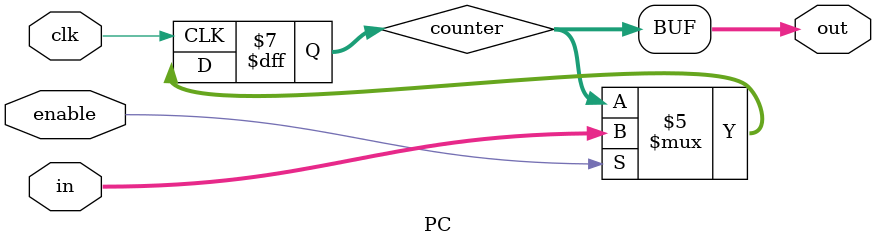
<source format=v>
module PC(input enable, input [31:0] in, output [31:0] out, input clk);
reg [31:0] counter;

initial
counter = 32'b0;

assign out = counter;

always@(posedge clk)
	if(enable == 1'b1)
		counter  = in;

endmodule 

</source>
